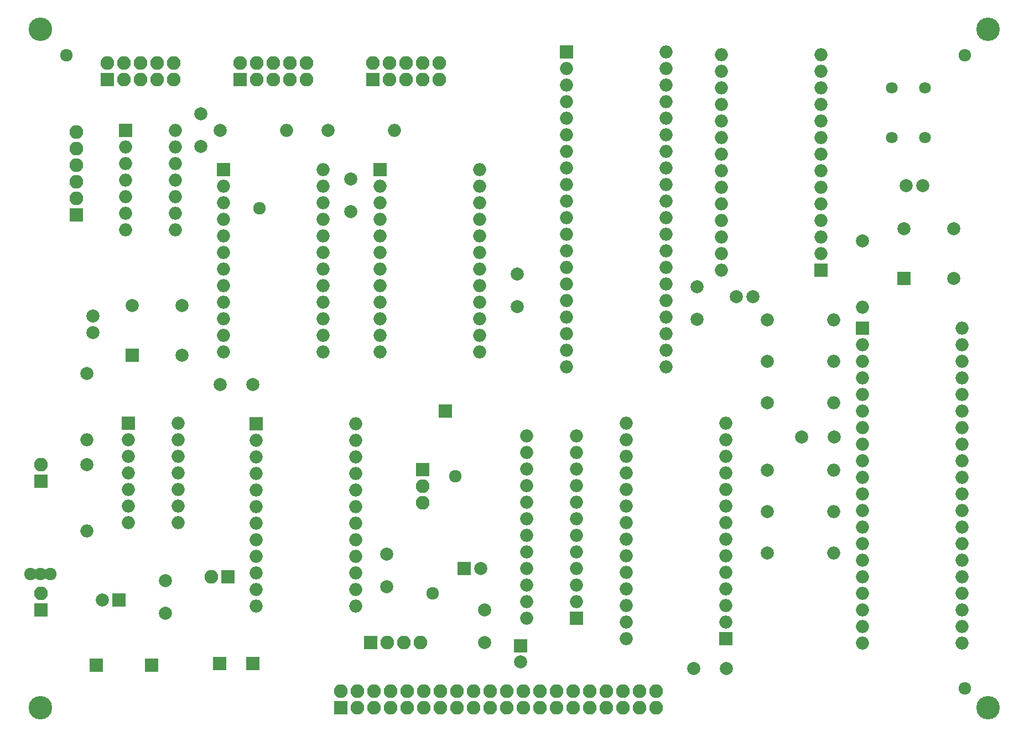
<source format=gts>
G04 #@! TF.FileFunction,Soldermask,Top*
%FSLAX46Y46*%
G04 Gerber Fmt 4.6, Leading zero omitted, Abs format (unit mm)*
G04 Created by KiCad (PCBNEW 4.0.7) date 09/13/18 13:31:20*
%MOMM*%
%LPD*%
G01*
G04 APERTURE LIST*
%ADD10C,0.100000*%
%ADD11C,1.924000*%
%ADD12C,3.600000*%
%ADD13C,2.000000*%
%ADD14R,2.000000X2.000000*%
%ADD15R,2.100000X2.100000*%
%ADD16O,2.100000X2.100000*%
%ADD17O,2.000000X2.000000*%
%ADD18C,1.797000*%
G04 APERTURE END LIST*
D10*
D11*
X88500000Y-62500000D03*
X118500000Y-103500000D03*
X115000000Y-121500000D03*
X59000000Y-39000000D03*
X196500000Y-39000000D03*
X196500000Y-136000000D03*
X56500000Y-118500000D03*
X55000000Y-118500000D03*
D12*
X55000000Y-35000000D03*
X200000000Y-35000000D03*
X200000000Y-139000000D03*
X55000000Y-139000000D03*
D13*
X176500000Y-97500000D03*
X171500000Y-97500000D03*
X87500000Y-89500000D03*
X82500000Y-89500000D03*
X155500000Y-74500000D03*
X155500000Y-79500000D03*
X123000000Y-129000000D03*
X123000000Y-124000000D03*
X102500000Y-63000000D03*
X102500000Y-58000000D03*
X108000000Y-120500000D03*
X108000000Y-115500000D03*
X128000000Y-77500000D03*
X128000000Y-72500000D03*
X155000000Y-133000000D03*
X160000000Y-133000000D03*
X79500000Y-48000000D03*
X79500000Y-53000000D03*
X74130000Y-119535000D03*
X74130000Y-124535000D03*
X164000000Y-76000000D03*
X161500000Y-76000000D03*
D14*
X67000000Y-122500000D03*
D13*
X64500000Y-122500000D03*
D14*
X119850000Y-117630000D03*
D13*
X122350000Y-117630000D03*
D14*
X128500000Y-129500000D03*
D13*
X128500000Y-132000000D03*
D15*
X65240000Y-42700000D03*
D16*
X65240000Y-40160000D03*
X67780000Y-42700000D03*
X67780000Y-40160000D03*
X70320000Y-42700000D03*
X70320000Y-40160000D03*
X72860000Y-42700000D03*
X72860000Y-40160000D03*
X75400000Y-42700000D03*
X75400000Y-40160000D03*
D15*
X85560000Y-42700000D03*
D16*
X85560000Y-40160000D03*
X88100000Y-42700000D03*
X88100000Y-40160000D03*
X90640000Y-42700000D03*
X90640000Y-40160000D03*
X93180000Y-42700000D03*
X93180000Y-40160000D03*
X95720000Y-42700000D03*
X95720000Y-40160000D03*
D15*
X105880000Y-42700000D03*
D16*
X105880000Y-40160000D03*
X108420000Y-42700000D03*
X108420000Y-40160000D03*
X110960000Y-42700000D03*
X110960000Y-40160000D03*
X113500000Y-42700000D03*
X113500000Y-40160000D03*
X116040000Y-42700000D03*
X116040000Y-40160000D03*
D15*
X82385000Y-132235000D03*
X87465000Y-132235000D03*
X117000000Y-93500000D03*
X63500000Y-132500000D03*
X72000000Y-132500000D03*
X55080000Y-104295000D03*
D16*
X55080000Y-101755000D03*
D15*
X101000000Y-139000000D03*
D16*
X101000000Y-136460000D03*
X103540000Y-139000000D03*
X103540000Y-136460000D03*
X106080000Y-139000000D03*
X106080000Y-136460000D03*
X108620000Y-139000000D03*
X108620000Y-136460000D03*
X111160000Y-139000000D03*
X111160000Y-136460000D03*
X113700000Y-139000000D03*
X113700000Y-136460000D03*
X116240000Y-139000000D03*
X116240000Y-136460000D03*
X118780000Y-139000000D03*
X118780000Y-136460000D03*
X121320000Y-139000000D03*
X121320000Y-136460000D03*
X123860000Y-139000000D03*
X123860000Y-136460000D03*
X126400000Y-139000000D03*
X126400000Y-136460000D03*
X128940000Y-139000000D03*
X128940000Y-136460000D03*
X131480000Y-139000000D03*
X131480000Y-136460000D03*
X134020000Y-139000000D03*
X134020000Y-136460000D03*
X136560000Y-139000000D03*
X136560000Y-136460000D03*
X139100000Y-139000000D03*
X139100000Y-136460000D03*
X141640000Y-139000000D03*
X141640000Y-136460000D03*
X144180000Y-139000000D03*
X144180000Y-136460000D03*
X146720000Y-139000000D03*
X146720000Y-136460000D03*
X149260000Y-139000000D03*
X149260000Y-136460000D03*
D15*
X55080000Y-123980000D03*
D16*
X55080000Y-121440000D03*
D15*
X83655000Y-118900000D03*
D16*
X81115000Y-118900000D03*
D13*
X166205000Y-92230000D03*
D17*
X176365000Y-92230000D03*
D13*
X166205000Y-85880000D03*
D17*
X176365000Y-85880000D03*
D13*
X82500000Y-50500000D03*
D17*
X92660000Y-50500000D03*
D13*
X166205000Y-79530000D03*
D17*
X176365000Y-79530000D03*
D13*
X180810000Y-67465000D03*
D17*
X180810000Y-77625000D03*
D13*
X166205000Y-102580000D03*
D17*
X176365000Y-102580000D03*
D13*
X166205000Y-115280000D03*
D17*
X176365000Y-115280000D03*
D13*
X166205000Y-108930000D03*
D17*
X176365000Y-108930000D03*
D13*
X99000000Y-50500000D03*
D17*
X109160000Y-50500000D03*
D13*
X62065000Y-101755000D03*
D17*
X62065000Y-111915000D03*
D13*
X62065000Y-87785000D03*
D17*
X62065000Y-97945000D03*
D18*
X185255000Y-43970000D03*
X190335000Y-43970000D03*
X185255000Y-51590000D03*
X190335000Y-51590000D03*
D14*
X187160000Y-73180000D03*
D13*
X187160000Y-65560000D03*
X194780000Y-65560000D03*
X194780000Y-73180000D03*
D14*
X180810000Y-80800000D03*
D17*
X196050000Y-129060000D03*
X180810000Y-83340000D03*
X196050000Y-126520000D03*
X180810000Y-85880000D03*
X196050000Y-123980000D03*
X180810000Y-88420000D03*
X196050000Y-121440000D03*
X180810000Y-90960000D03*
X196050000Y-118900000D03*
X180810000Y-93500000D03*
X196050000Y-116360000D03*
X180810000Y-96040000D03*
X196050000Y-113820000D03*
X180810000Y-98580000D03*
X196050000Y-111280000D03*
X180810000Y-101120000D03*
X196050000Y-108740000D03*
X180810000Y-103660000D03*
X196050000Y-106200000D03*
X180810000Y-106200000D03*
X196050000Y-103660000D03*
X180810000Y-108740000D03*
X196050000Y-101120000D03*
X180810000Y-111280000D03*
X196050000Y-98580000D03*
X180810000Y-113820000D03*
X196050000Y-96040000D03*
X180810000Y-116360000D03*
X196050000Y-93500000D03*
X180810000Y-118900000D03*
X196050000Y-90960000D03*
X180810000Y-121440000D03*
X196050000Y-88420000D03*
X180810000Y-123980000D03*
X196050000Y-85880000D03*
X180810000Y-126520000D03*
X196050000Y-83340000D03*
X180810000Y-129060000D03*
X196050000Y-80800000D03*
D14*
X83000000Y-56500000D03*
D17*
X98240000Y-84440000D03*
X83000000Y-59040000D03*
X98240000Y-81900000D03*
X83000000Y-61580000D03*
X98240000Y-79360000D03*
X83000000Y-64120000D03*
X98240000Y-76820000D03*
X83000000Y-66660000D03*
X98240000Y-74280000D03*
X83000000Y-69200000D03*
X98240000Y-71740000D03*
X83000000Y-71740000D03*
X98240000Y-69200000D03*
X83000000Y-74280000D03*
X98240000Y-66660000D03*
X83000000Y-76820000D03*
X98240000Y-64120000D03*
X83000000Y-79360000D03*
X98240000Y-61580000D03*
X83000000Y-81900000D03*
X98240000Y-59040000D03*
X83000000Y-84440000D03*
X98240000Y-56500000D03*
D14*
X69000000Y-85000000D03*
D13*
X69000000Y-77380000D03*
X76620000Y-77380000D03*
X76620000Y-85000000D03*
D14*
X135500000Y-38500000D03*
D17*
X150740000Y-86760000D03*
X135500000Y-41040000D03*
X150740000Y-84220000D03*
X135500000Y-43580000D03*
X150740000Y-81680000D03*
X135500000Y-46120000D03*
X150740000Y-79140000D03*
X135500000Y-48660000D03*
X150740000Y-76600000D03*
X135500000Y-51200000D03*
X150740000Y-74060000D03*
X135500000Y-53740000D03*
X150740000Y-71520000D03*
X135500000Y-56280000D03*
X150740000Y-68980000D03*
X135500000Y-58820000D03*
X150740000Y-66440000D03*
X135500000Y-61360000D03*
X150740000Y-63900000D03*
X135500000Y-63900000D03*
X150740000Y-61360000D03*
X135500000Y-66440000D03*
X150740000Y-58820000D03*
X135500000Y-68980000D03*
X150740000Y-56280000D03*
X135500000Y-71520000D03*
X150740000Y-53740000D03*
X135500000Y-74060000D03*
X150740000Y-51200000D03*
X135500000Y-76600000D03*
X150740000Y-48660000D03*
X135500000Y-79140000D03*
X150740000Y-46120000D03*
X135500000Y-81680000D03*
X150740000Y-43580000D03*
X135500000Y-84220000D03*
X150740000Y-41040000D03*
X135500000Y-86760000D03*
X150740000Y-38500000D03*
D14*
X136995000Y-125250000D03*
D17*
X129375000Y-97310000D03*
X136995000Y-122710000D03*
X129375000Y-99850000D03*
X136995000Y-120170000D03*
X129375000Y-102390000D03*
X136995000Y-117630000D03*
X129375000Y-104930000D03*
X136995000Y-115090000D03*
X129375000Y-107470000D03*
X136995000Y-112550000D03*
X129375000Y-110010000D03*
X136995000Y-110010000D03*
X129375000Y-112550000D03*
X136995000Y-107470000D03*
X129375000Y-115090000D03*
X136995000Y-104930000D03*
X129375000Y-117630000D03*
X136995000Y-102390000D03*
X129375000Y-120170000D03*
X136995000Y-99850000D03*
X129375000Y-122710000D03*
X136995000Y-97310000D03*
X129375000Y-125250000D03*
D14*
X88000000Y-95500000D03*
D17*
X103240000Y-123440000D03*
X88000000Y-98040000D03*
X103240000Y-120900000D03*
X88000000Y-100580000D03*
X103240000Y-118360000D03*
X88000000Y-103120000D03*
X103240000Y-115820000D03*
X88000000Y-105660000D03*
X103240000Y-113280000D03*
X88000000Y-108200000D03*
X103240000Y-110740000D03*
X88000000Y-110740000D03*
X103240000Y-108200000D03*
X88000000Y-113280000D03*
X103240000Y-105660000D03*
X88000000Y-115820000D03*
X103240000Y-103120000D03*
X88000000Y-118360000D03*
X103240000Y-100580000D03*
X88000000Y-120900000D03*
X103240000Y-98040000D03*
X88000000Y-123440000D03*
X103240000Y-95500000D03*
D14*
X107000000Y-56500000D03*
D17*
X122240000Y-84440000D03*
X107000000Y-59040000D03*
X122240000Y-81900000D03*
X107000000Y-61580000D03*
X122240000Y-79360000D03*
X107000000Y-64120000D03*
X122240000Y-76820000D03*
X107000000Y-66660000D03*
X122240000Y-74280000D03*
X107000000Y-69200000D03*
X122240000Y-71740000D03*
X107000000Y-71740000D03*
X122240000Y-69200000D03*
X107000000Y-74280000D03*
X122240000Y-66660000D03*
X107000000Y-76820000D03*
X122240000Y-64120000D03*
X107000000Y-79360000D03*
X122240000Y-61580000D03*
X107000000Y-81900000D03*
X122240000Y-59040000D03*
X107000000Y-84440000D03*
X122240000Y-56500000D03*
D14*
X68000000Y-50500000D03*
D17*
X75620000Y-65740000D03*
X68000000Y-53040000D03*
X75620000Y-63200000D03*
X68000000Y-55580000D03*
X75620000Y-60660000D03*
X68000000Y-58120000D03*
X75620000Y-58120000D03*
X68000000Y-60660000D03*
X75620000Y-55580000D03*
X68000000Y-63200000D03*
X75620000Y-53040000D03*
X68000000Y-65740000D03*
X75620000Y-50500000D03*
D14*
X174460000Y-71910000D03*
D17*
X159220000Y-38890000D03*
X174460000Y-69370000D03*
X159220000Y-41430000D03*
X174460000Y-66830000D03*
X159220000Y-43970000D03*
X174460000Y-64290000D03*
X159220000Y-46510000D03*
X174460000Y-61750000D03*
X159220000Y-49050000D03*
X174460000Y-59210000D03*
X159220000Y-51590000D03*
X174460000Y-56670000D03*
X159220000Y-54130000D03*
X174460000Y-54130000D03*
X159220000Y-56670000D03*
X174460000Y-51590000D03*
X159220000Y-59210000D03*
X174460000Y-49050000D03*
X159220000Y-61750000D03*
X174460000Y-46510000D03*
X159220000Y-64290000D03*
X174460000Y-43970000D03*
X159220000Y-66830000D03*
X174460000Y-41430000D03*
X159220000Y-69370000D03*
X174460000Y-38890000D03*
X159220000Y-71910000D03*
D14*
X159855000Y-128425000D03*
D17*
X144615000Y-95405000D03*
X159855000Y-125885000D03*
X144615000Y-97945000D03*
X159855000Y-123345000D03*
X144615000Y-100485000D03*
X159855000Y-120805000D03*
X144615000Y-103025000D03*
X159855000Y-118265000D03*
X144615000Y-105565000D03*
X159855000Y-115725000D03*
X144615000Y-108105000D03*
X159855000Y-113185000D03*
X144615000Y-110645000D03*
X159855000Y-110645000D03*
X144615000Y-113185000D03*
X159855000Y-108105000D03*
X144615000Y-115725000D03*
X159855000Y-105565000D03*
X144615000Y-118265000D03*
X159855000Y-103025000D03*
X144615000Y-120805000D03*
X159855000Y-100485000D03*
X144615000Y-123345000D03*
X159855000Y-97945000D03*
X144615000Y-125885000D03*
X159855000Y-95405000D03*
X144615000Y-128425000D03*
D14*
X68415000Y-95405000D03*
D17*
X76035000Y-110645000D03*
X68415000Y-97945000D03*
X76035000Y-108105000D03*
X68415000Y-100485000D03*
X76035000Y-105565000D03*
X68415000Y-103025000D03*
X76035000Y-103025000D03*
X68415000Y-105565000D03*
X76035000Y-100485000D03*
X68415000Y-108105000D03*
X76035000Y-97945000D03*
X68415000Y-110645000D03*
X76035000Y-95405000D03*
D15*
X60500000Y-63500000D03*
D16*
X60500000Y-60960000D03*
X60500000Y-58420000D03*
X60500000Y-55880000D03*
X60500000Y-53340000D03*
X60500000Y-50800000D03*
D13*
X187500000Y-59000000D03*
X190000000Y-59000000D03*
X63000000Y-79000000D03*
X63000000Y-81500000D03*
D15*
X113500000Y-102500000D03*
D16*
X113500000Y-105040000D03*
X113500000Y-107580000D03*
D15*
X105500000Y-129000000D03*
D16*
X108040000Y-129000000D03*
X110580000Y-129000000D03*
X113120000Y-129000000D03*
D11*
X53500000Y-118500000D03*
M02*

</source>
